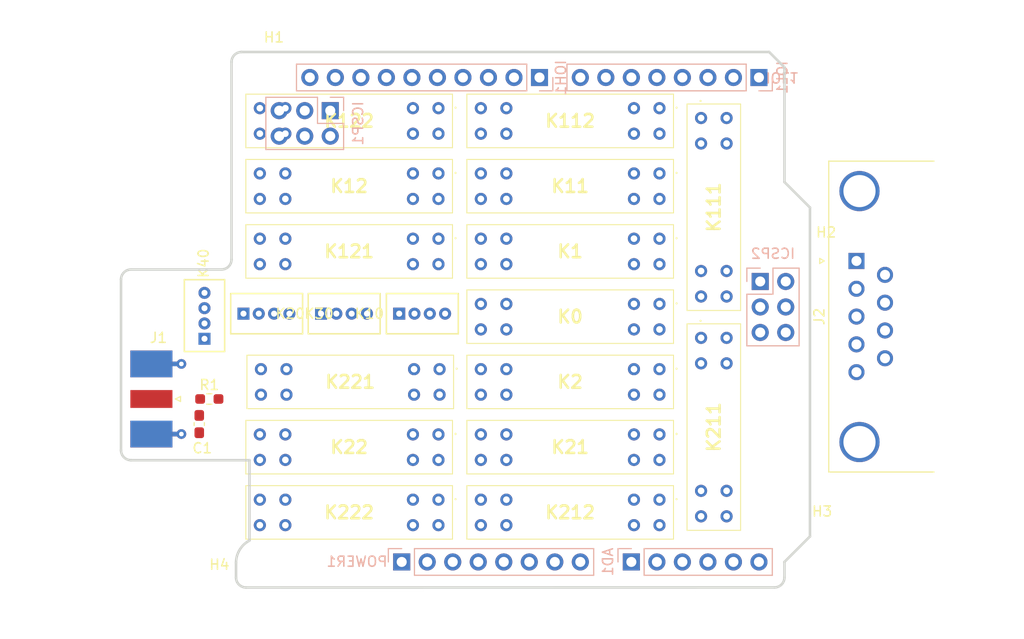
<source format=kicad_pcb>
(kicad_pcb (version 20211014) (generator pcbnew)
  (layers (0 "F.Cu" signal) (1 "In1.Cu" signal) (2 "In2.Cu" signal) (31 "B.Cu" signal) (34 "B.Paste" user) (35 "F.Paste" user) (36 "B.SilkS" user "B.Silkscreen") (37 "F.SilkS" user "F.Silkscreen") (38 "B.Mask" user) (39 "F.Mask" user) (44 "Edge.Cuts" user))
  (net 0 "")
  (net 1 "GND")
  (net 2 "/AD2")
  (net 3 "Net-(C1-Pad1)")
  (net 4 "/AD0")
  (net 5 "/AD3")
  (net 6 "/+5V_Ard_0")
  (net 7 "/IO7")
  (net 8 "/+5V_Ard_2")
  (net 9 "/MOSI_0")
  (net 10 "/IO2")
  (net 11 "/IO8")
  (net 12 "/IO9")
  (net 13 "/SS")
  (net 14 "/MOSI")
  (net 15 "/MISO")
  (net 16 "/SCLOCK")
  (net 17 "/AREF")
  (net 18 "/AD1")
  (net 19 "/SDA")
  (net 20 "/AD4")
  (net 21 "/AD5")
  (net 22 "/MISO2")
  (net 23 "/+5V_Adr_3")
  (net 24 "/SCK2")
  (net 25 "/MOSI2")
  (net 26 "/RESET2")
  (net 27 "/RESET_0")
  (net 28 "/SCL")
  (net 29 "/SCK_0")
  (net 30 "/MISO_0")
  (net 31 "/IO3")
  (net 32 "/IO4")
  (net 33 "/IO5")
  (net 34 "/IO0")
  (net 35 "/IO1")
  (net 37 "/RESET")
  (net 38 "/+3V3")
  (net 39 "/+5V_Ard_1")
  (net 40 "/IO6")
  (net 41 "/S3")
  (net 42 "/S4")
  (net 43 "/S7")
  (net 44 "/S8")
  (net 45 "/S1")
  (net 46 "/S2")
  (net 47 "/S5")
  (net 48 "/S6")
  (net 49 "/S9")
  (net 58 "/S10")
  (net 59 "/1to16_reedRelay/S5-8")
  (net 60 "/C2")
  (net 61 "/1to16_reedRelay/1to4_reedRelay5/S12")
  (net 62 "/1to16_reedRelay/S1-4")
  (net 63 "/1to16_reedRelay/1to4_reedRelay5/S34")
  (net 64 "/C1")
  (net 65 "/1to16_reedRelay/1to4_reedRelay5/S1234")
  (net 66 "/1to16_reedRelay/S13-16")
  (net 67 "/1to16_reedRelay/S9-12")
  (net 68 "/C4")
  (net 69 "/1to16_reedRelay/1to4_reedRelay4/S12")
  (net 70 "/1to16_reedRelay/1to4_reedRelay4/S34")
  (net 71 "/C3")
  (net 72 "/1to16_reedRelay/1to4_reedRelay3/S12")
  (net 73 "/1to16_reedRelay/1to4_reedRelay3/S34")
  (net 74 "/1to16_reedRelay/1to4_reedRelay7/S12")
  (net 75 "/1to16_reedRelay/1to4_reedRelay7/S34")
  (net 76 "/S12")
  (net 77 "/1to16_reedRelay/1to4_reedRelay6/S12")
  (net 78 "/S13")
  (net 79 "/1to16_reedRelay/1to4_reedRelay6/S34")
  (net 80 "/S16")
  (net 81 "/S15")
  (net 82 "/S11")
  (net 83 "/S14")
  (net 84 "/VIN")
  (footprint "MountingHole:MountingHole_3mm" (layer "F.Cu") (at 128.1811 129.1336)
    (fp_text reference "H4" (at -4.1811 0.2664) (layer "F.SilkS"))
    (fp_text value "MountingHole")
    (pad "" np_thru_hole circle (at 0 0) (size 3 3) (drill 3) (layers *.Cu *.Mask))
  )
  (footprint "MountingHole:MountingHole_3mm" (layer "F.Cu") (at 129.434 80.8736)
    (fp_text reference "H1" (at 0 -4) (layer "F.SilkS"))
    (fp_text value "MountingHole")
    (pad "" np_thru_hole circle (at 0 0) (size 3 3) (drill 3) (layers *.Cu *.Mask))
  )
  (footprint "LibPersoNadj:Relay_reed_comus_3570" (layer "F.Cu") (at 141.9 104.4)
    (fp_text reference "K10" (at -2.97 0) (layer "F.SilkS"))
    (fp_text value "Reed_1A" hide)
    (fp_line (start -1.273 -2.005) (end 5.885 -2.005) (layer "F.SilkS") (width 0.15))
    (fp_line (start 5.885 2.005) (end -1.273 2.005) (layer "F.SilkS") (width 0.15))
    (fp_line (start -1.273 2.005) (end -1.273 -1.989) (layer "F.SilkS") (width 0.15))
    (fp_line (start 5.885 -2.005) (end 5.885 2.005) (layer "F.SilkS") (width 0.15))
    (pad "1" thru_hole rect (at 0 0 180) (size 1.2 1.2) (drill 0.6) (layers *.Cu *.Mask))
    (pad "2" thru_hole circle (at 1.524 0) (size 1.2 1.2) (drill 0.6) (layers *.Cu *.Mask) (net 1 "GND"))
    (pad "3" thru_hole circle (at 3.048 0) (size 1.2 1.2) (drill 0.6) (layers *.Cu *.Mask) (net 39 "/+5V_Ard_1"))
    (pad "4" thru_hole circle (at 4.572 0) (size 1.2 1.2) (drill 0.6) (layers *.Cu *.Mask) (net 64 "/C1"))
  )
  (footprint "LibPersoNadj:Relay_reed_1C" (layer "F.Cu") (at 145.8105 90.43 180)
    (fp_text reference "K12" (at 8.89 -1.27) (layer "F.SilkS") (effects (font (size 1.27 1.27) (thickness 0.254))))
    (fp_text value "REED_1C" hide)
    (fp_line (start -1.7 0) (end -1.7 0) (layer "F.SilkS") (width 0.1))
    (fp_line (start 19.175 1.395) (end -1.395 1.395) (layer "F.SilkS") (width 0.1))
    (fp_line (start -1.395 -3.935) (end 19.175 -3.935) (layer "F.SilkS") (width 0.1))
    (fp_line (start 19.175 -3.935) (end 19.175 1.395) (layer "F.SilkS") (width 0.1))
    (fp_line (start -1.395 1.395) (end -1.395 -3.935) (layer "F.SilkS") (width 0.1))
    (fp_line (start -1.7 0.1) (end -1.7 0.1) (layer "F.SilkS") (width 0.1))
    (fp_arc (start -1.7 0.1) (mid -1.75 0.05) (end -1.7 0) (layer "F.SilkS") (width 0.1))
    (fp_arc (start -1.7 0) (mid -1.65 0.05) (end -1.7 0.1) (layer "F.SilkS") (width 0.1))
    (pad "1" thru_hole circle (at 0 0 180) (size 1.21 1.21) (drill 0.66) (layers *.Cu *.Mask) (net 71 "/C3"))
    (pad "2" thru_hole circle (at 2.54 0 180) (size 1.21 1.21) (drill 0.66) (layers *.Cu *.Mask))
    (pad "3" thru_hole circle (at 15.24 0 180) (size 1.21 1.21) (drill 0.66) (layers *.Cu *.Mask) (net 1 "GND"))
    (pad "4" thru_hole circle (at 17.78 0 180) (size 1.21 1.21) (drill 0.66) (layers *.Cu *.Mask) (net 73 "/1to16_reedRelay/1to4_reedRelay3/S34"))
    (pad "5" thru_hole circle (at 17.78 -2.54 180) (size 1.21 1.21) (drill 0.66) (layers *.Cu *.Mask) (net 72 "/1to16_reedRelay/1to4_reedRelay3/S12"))
    (pad "6" thru_hole circle (at 15.24 -2.54 180) (size 1.21 1.21) (drill 0.66) (layers *.Cu *.Mask))
    (pad "7" thru_hole circle (at 2.54 -2.54 180) (size 1.21 1.21) (drill 0.66) (layers *.Cu *.Mask))
    (pad "8" thru_hole circle (at 0 -2.54 180) (size 1.21 1.21) (drill 0.66) (layers *.Cu *.Mask) (net 59 "/1to16_reedRelay/S5-8"))
  )
  (footprint "LibPersoNadj:Relay_reed_1C" (layer "F.Cu") (at 167.8105 83.93 180)
    (fp_text reference "K112" (at 8.89 -1.27) (layer "F.SilkS") (effects (font (size 1.27 1.27) (thickness 0.254))))
    (fp_text value "REED_1C" hide)
    (fp_line (start 19.175 1.395) (end -1.395 1.395) (layer "F.SilkS") (width 0.1))
    (fp_line (start -1.395 -3.935) (end 19.175 -3.935) (layer "F.SilkS") (width 0.1))
    (fp_line (start -1.7 0.1) (end -1.7 0.1) (layer "F.SilkS") (width 0.1))
    (fp_line (start 19.175 -3.935) (end 19.175 1.395) (layer "F.SilkS") (width 0.1))
    (fp_line (start -1.395 1.395) (end -1.395 -3.935) (layer "F.SilkS") (width 0.1))
    (fp_line (start -1.7 0) (end -1.7 0) (layer "F.SilkS") (width 0.1))
    (fp_arc (start -1.7 0) (mid -1.65 0.05) (end -1.7 0.1) (layer "F.SilkS") (width 0.1))
    (fp_arc (start -1.7 0.1) (mid -1.75 0.05) (end -1.7 0) (layer "F.SilkS") (width 0.1))
    (pad "1" thru_hole circle (at 0 0 180) (size 1.21 1.21) (drill 0.66) (layers *.Cu *.Mask) (net 68 "/C4"))
    (pad "2" thru_hole circle (at 2.54 0 180) (size 1.21 1.21) (drill 0.66) (layers *.Cu *.Mask))
    (pad "3" thru_hole circle (at 15.24 0 180) (size 1.21 1.21) (drill 0.66) (layers *.Cu *.Mask) (net 1 "GND"))
    (pad "4" thru_hole circle (at 17.78 0 180) (size 1.21 1.21) (drill 0.66) (layers *.Cu *.Mask) (net 42 "/S4"))
    (pad "5" thru_hole circle (at 17.78 -2.54 180) (size 1.21 1.21) (drill 0.66) (layers *.Cu *.Mask) (net 41 "/S3"))
    (pad "6" thru_hole circle (at 15.24 -2.54 180) (size 1.21 1.21) (drill 0.66) (layers *.Cu *.Mask))
    (pad "7" thru_hole circle (at 2.54 -2.54 180) (size 1.21 1.21) (drill 0.66) (layers *.Cu *.Mask))
    (pad "8" thru_hole circle (at 0 -2.54 180) (size 1.21 1.21) (drill 0.66) (layers *.Cu *.Mask) (net 70 "/1to16_reedRelay/1to4_reedRelay4/S34"))
  )
  (footprint "LibPersoNadj:Relay_reed_comus_3570" (layer "F.Cu") (at 122.5205 106.9 90)
    (fp_text reference "K40" (at 7.5205 -0.1 90) (layer "F.SilkS"))
    (fp_text value "Reed_1A" hide)
    (fp_line (start -1.273 -2.005) (end 5.885 -2.005) (layer "F.SilkS") (width 0.15))
    (fp_line (start 5.885 2.005) (end -1.273 2.005) (layer "F.SilkS") (width 0.15))
    (fp_line (start -1.273 2.005) (end -1.273 -1.989) (layer "F.SilkS") (width 0.15))
    (fp_line (start 5.885 -2.005) (end 5.885 2.005) (layer "F.SilkS") (width 0.15))
    (pad "1" thru_hole rect (at 0 0 270) (size 1.2 1.2) (drill 0.6) (layers *.Cu *.Mask))
    (pad "2" thru_hole circle (at 1.524 0 90) (size 1.2 1.2) (drill 0.6) (layers *.Cu *.Mask) (net 1 "GND"))
    (pad "3" thru_hole circle (at 3.048 0 90) (size 1.2 1.2) (drill 0.6) (layers *.Cu *.Mask) (net 39 "/+5V_Ard_1"))
    (pad "4" thru_hole circle (at 4.572 0 90) (size 1.2 1.2) (drill 0.6) (layers *.Cu *.Mask) (net 68 "/C4"))
  )
  (footprint "LibPersoNadj:Relay_reed_1C" (layer "F.Cu") (at 145.8105 96.93 180)
    (fp_text reference "K121" (at 8.89 -1.27) (layer "F.SilkS") (effects (font (size 1.27 1.27) (thickness 0.254))))
    (fp_text value "REED_1C" hide)
    (fp_line (start -1.395 1.395) (end -1.395 -3.935) (layer "F.SilkS") (width 0.1))
    (fp_line (start -1.395 -3.935) (end 19.175 -3.935) (layer "F.SilkS") (width 0.1))
    (fp_line (start 19.175 -3.935) (end 19.175 1.395) (layer "F.SilkS") (width 0.1))
    (fp_line (start 19.175 1.395) (end -1.395 1.395) (layer "F.SilkS") (width 0.1))
    (fp_line (start -1.7 0) (end -1.7 0) (layer "F.SilkS") (width 0.1))
    (fp_line (start -1.7 0.1) (end -1.7 0.1) (layer "F.SilkS") (width 0.1))
    (fp_arc (start -1.7 0) (mid -1.65 0.05) (end -1.7 0.1) (layer "F.SilkS") (width 0.1))
    (fp_arc (start -1.7 0.1) (mid -1.75 0.05) (end -1.7 0) (layer "F.SilkS") (width 0.1))
    (pad "1" thru_hole circle (at 0 0 180) (size 1.21 1.21) (drill 0.66) (layers *.Cu *.Mask) (net 68 "/C4"))
    (pad "2" thru_hole circle (at 2.54 0 180) (size 1.21 1.21) (drill 0.66) (layers *.Cu *.Mask))
    (pad "3" thru_hole circle (at 15.24 0 180) (size 1.21 1.21) (drill 0.66) (layers *.Cu *.Mask) (net 1 "GND"))
    (pad "4" thru_hole circle (at 17.78 0 180) (size 1.21 1.21) (drill 0.66) (layers *.Cu *.Mask) (net 48 "/S6"))
    (pad "5" thru_hole circle (at 17.78 -2.54 180) (size 1.21 1.21) (drill 0.66) (layers *.Cu *.Mask) (net 47 "/S5"))
    (pad "6" thru_hole circle (at 15.24 -2.54 180) (size 1.21 1.21) (drill 0.66) (layers *.Cu *.Mask))
    (pad "7" thru_hole circle (at 2.54 -2.54 180) (size 1.21 1.21) (drill 0.66) (layers *.Cu *.Mask))
    (pad "8" thru_hole circle (at 0 -2.54 180) (size 1.21 1.21) (drill 0.66) (layers *.Cu *.Mask) (net 72 "/1to16_reedRelay/1to4_reedRelay3/S12"))
  )
  (footprint "Connector_Dsub:DSUB-9_Female_Horizontal_P2.77x2.84mm_EdgePinOffset4.94mm_Housed_MountingHolesOffset7.48mm" (layer "F.Cu") (at 187.419669 99.15 90)
    (fp_text reference "J2" (at -5.54 -3.7 90) (layer "F.SilkS"))
    (fp_text value "DB9_Female_MountingHoles")
    (fp_line (start -21.025 7.72) (end -21.025 -2.76) (layer "F.SilkS") (width 0.12))
    (fp_line (start -0.25 -3.654338) (end 0.25 -3.654338) (layer "F.SilkS") (width 0.12))
    (fp_line (start -21.025 -2.76) (end 9.945 -2.76) (layer "F.SilkS") (width 0.12))
    (fp_line (start 0 -3.221325) (end -0.25 -3.654338) (layer "F.SilkS") (width 0.12))
    (fp_line (start 9.945 -2.76) (end 9.945 7.72) (layer "F.SilkS") (width 0.12))
    (fp_line (start 0.25 -3.654338) (end 0 -3.221325) (layer "F.SilkS") (width 0.12))
    (pad "0" thru_hole circle (at -18.04 0.3 90) (size 4 4) (drill 3.2) (layers *.Cu *.Mask) (net 1 "GND"))
    (pad "0" thru_hole circle (at 6.96 0.3 90) (size 4 4) (drill 3.2) (layers *.Cu *.Mask) (net 1 "GND"))
    (pad "1" thru_hole rect (at 0 0 90) (size 1.6 1.6) (drill 1) (layers *.Cu *.Mask) (net 45 "/S1"))
    (pad "2" thru_hole circle (at -2.77 0 90) (size 1.6 1.6) (drill 1) (layers *.Cu *.Mask) (net 46 "/S2"))
    (pad "3" thru_hole circle (at -5.54 0 90) (size 1.6 1.6) (drill 1) (layers *.Cu *.Mask) (net 41 "/S3"))
    (pad "4" thru_hole circle (at -8.31 0 90) (size 1.6 1.6) (drill 1) (layers *.Cu *.Mask) (net 42 "/S4"))
    (pad "5" thru_hole circle (at -11.08 0 90) (size 1.6 1.6) (drill 1) (layers *.Cu *.Mask) (net 47 "/S5"))
    (pad "6" thru_hole circle (at -1.385 2.84 90) (size 1.6 1.6) (drill 1) (layers *.Cu *.Mask) (net 48 "/S6"))
    (pad "7" thru_hole circle (at -4.155 2.84 90) (size 1.6 1.6) (drill 1) (layers *.Cu *.Mask) (net 43 "/S7"))
    (pad "8" thru_hole circle (at -6.925 2.84 90) (size 1.6 1.6) (drill 1) (layers *.Cu *.Mask) (net 44 "/S8"))
    (pad "9" thru_hole circle (at -9.695 2.84 90) (size 1.6 1.6) (drill 1) (layers *.Cu *.Mask) (net 49 "/S9"))
  )
  (footprint "LibPersoNadj:Relay_reed_1C" (layer "F.Cu") (at 167.8105 116.43 180)
    (fp_text reference "K21" (at 8.89 -1.27) (layer "F.SilkS") (effects (font (size 1.27 1.27) (thickness 0.254))))
    (fp_text value "REED_1C" hide)
    (fp_line (start 19.175 1.395) (end -1.395 1.395) (layer "F.SilkS") (width 0.1))
    (fp_line (start -1.7 0) (end -1.7 0) (layer "F.SilkS") (width 0.1))
    (fp_line (start -1.7 0.1) (end -1.7 0.1) (layer "F.SilkS") (width 0.1))
    (fp_line (start -1.395 -3.935) (end 19.175 -3.935) (layer "F.SilkS") (width 0.1))
    (fp_line (start -1.395 1.395) (end -1.395 -3.935) (layer "F.SilkS") (width 0.1))
    (fp_line (start 19.175 -3.935) (end 19.175 1.395) (layer "F.SilkS") (width 0.1))
    (fp_arc (start -1.7 0) (mid -1.65 0.05) (end -1.7 0.1) (layer "F.SilkS") (width 0.1))
    (fp_arc (start -1.7 0.1) (mid -1.75 0.05) (end -1.7 0) (layer "F.SilkS") (width 0.1))
    (pad "1" thru_hole circle (at 0 0 180) (size 1.21 1.21) (drill 0.66) (layers *.Cu *.Mask) (net 71 "/C3"))
    (pad "2" thru_hole circle (at 2.54 0 180) (size 1.21 1.21) (drill 0.66) (layers *.Cu *.Mask))
    (pad "3" thru_hole circle (at 15.24 0 180) (size 1.21 1.21) (drill 0.66) (layers *.Cu *.Mask) (net 1 "GND"))
    (pad "4" thru_hole circle (at 17.78 0 180) (size 1.21 1.21) (drill 0.66) (layers *.Cu *.Mask) (net 75 "/1to16_reedRelay/1to4_reedRelay7/S34"))
    (pad "5" thru_hole circle (at 17.78 -2.54 180) (size 1.21 1.21) (drill 0.66) (layers *.Cu *.Mask) (net 74 "/1to16_reedRelay/1to4_reedRelay7/S12"))
    (pad "6" thru_hole circle (at 15.24 -2.54 180) (size 1.21 1.21) (drill 0.66) (layers *.Cu *.Mask))
    (pad "7" thru_hole circle (at 2.54 -2.54 180) (size 1.21 1.21) (drill 0.66) (layers *.Cu *.Mask))
    (pad "8" thru_hole circle (at 0 -2.54 180) (size 1.21 1.21) (drill 0.66) (layers *.Cu *.Mask) (net 67 "/1to16_reedRelay/S9-12"))
  )
  (footprint "LibPersoNadj:Relay_reed_1C" (layer "F.Cu") (at 167.8105 90.43 180)
    (fp_text reference "K11" (at 8.89 -1.27) (layer "F.SilkS") (effects (font (size 1.27 1.27) (thickness 0.254))))
    (fp_text value "REED_1C" hide)
    (fp_line (start -1.395 1.395) (end -1.395 -3.935) (layer "F.SilkS") (width 0.1))
    (fp_line (start 19.175 1.395) (end -1.395 1.395) (layer "F.SilkS") (width 0.1))
    (fp_line (start -1.7 0.1) (end -1.7 0.1) (layer "F.SilkS") (width 0.1))
    (fp_line (start -1.7 0) (end -1.7 0) (layer "F.SilkS") (width 0.1))
    (fp_line (start 19.175 -3.935) (end 19.175 1.395) (layer "F.SilkS") (width 0.1))
    (fp_line (start -1.395 -3.935) (end 19.175 -3.935) (layer "F.SilkS") (width 0.1))
    (fp_arc (start -1.7 0) (mid -1.65 0.05) (end -1.7 0.1) (layer "F.SilkS") (width 0.1))
    (fp_arc (start -1.7 0.1) (mid -1.75 0.05) (end -1.7 0) (layer "F.SilkS") (width 0.1))
    (pad "1" thru_hole circle (at 0 0 180) (size 1.21 1.21) (drill 0.66) (layers *.Cu *.Mask) (net 71 "/C3"))
    (pad "2" thru_hole circle (at 2.54 0 180) (size 1.21 1.21) (drill 0.66) (layers *.Cu *.Mask))
    (pad "3" thru_hole circle (at 15.24 0 180) (size 1.21 1.21) (drill 0.66) (layers *.Cu *.Mask) (net 1 "GND"))
    (pad "4" thru_hole circle (at 17.78 0 180) (size 1.21 1.21) (drill 0.66) (layers *.Cu *.Mask) (net 70 "/1to16_reedRelay/1to4_reedRelay4/S34"))
    (pad "5" thru_hole circle (at 17.78 -2.54 180) (size 1.21 1.21) (drill 0.66) (layers *.Cu *.Mask) (net 69 "/1to16_reedRelay/1to4_reedRelay4/S12"))
    (pad "6" thru_hole circle (at 15.24 -2.54 180) (size 1.21 1.21) (drill 0.66) (layers *.Cu *.Mask))
    (pad "7" thru_hole circle (at 2.54 -2.54 180) (size 1.21 1.21) (drill 0.66) (layers *.Cu *.Mask))
    (pad "8" thru_hole circle (at 0 -2.54 180) (size 1.21 1.21) (drill 0.66) (layers *.Cu *.Mask) (net 62 "/1to16_reedRelay/S1-4"))
  )
  (footprint "LibPersoNadj:Relay_reed_1C" (layer "F.Cu") (at 145.8105 83.93 180)
    (fp_text reference "K122" (at 8.89 -1.27) (layer "F.SilkS") (effects (font (size 1.27 1.27) (thickness 0.254))))
    (fp_text value "REED_1C" hide)
    (fp_line (start 19.175 -3.935) (end 19.175 1.395) (layer "F.SilkS") (width 0.1))
    (fp_line (start -1.395 1.395) (end -1.395 -3.935) (layer "F.SilkS") (width 0.1))
    (fp_line (start -1.7 0) (end -1.7 0) (layer "F.SilkS") (width 0.1))
    (fp_line (start 19.175 1.395) (end -1.395 1.395) (layer "F.SilkS") (width 0.1))
    (fp_line (start -1.7 0.1) (end -1.7 0.1) (layer "F.SilkS") (width 0.1))
    (fp_line (start -1.395 -3.935) (end 19.175 -3.935) (layer "F.SilkS") (width 0.1))
    (fp_arc (start -1.7 0.1) (mid -1.75 0.05) (end -1.7 0) (layer "F.SilkS") (width 0.1))
    (fp_arc (start -1.7 0) (mid -1.65 0.05) (end -1.7 0.1) (layer "F.SilkS") (width 0.1))
    (pad "1" thru_hole circle (at 0 0 180) (size 1.21 1.21) (drill 0.66) (layers *.Cu *.Mask) (net 68 "/C4"))
    (pad "2" thru_hole circle (at 2.54 0 180) (size 1.21 1.21) (drill 0.66) (layers *.Cu *.Mask))
    (pad "3" thru_hole circle (at 15.24 0 180) (size 1.21 1.21) (drill 0.66) (layers *.Cu *.Mask) (net 1 "GND"))
    (pad "4" thru_hole circle (at 17.78 0 180) (size 1.21 1.21) (drill 0.66) (layers *.Cu *.Mask) (net 44 "/S8"))
    (pad "5" thru_hole circle (at 17.78 -2.54 180) (size 1.21 1.21) (drill 0.66) (layers *.Cu *.Mask) (net 43 "/S7"))
    (pad "6" thru_hole circle (at 15.24 -2.54 180) (size 1.21 1.21) (drill 0.66) (layers *.Cu *.Mask))
    (pad "7" thru_hole circle (at 2.54 -2.54 180) (size 1.21 1.21) (drill 0.66) (layers *.Cu *.Mask))
    (pad "8" thru_hole circle (at 0 -2.54 180) (size 1.21 1.21) (drill 0.66) (layers *.Cu *.Mask) (net 73 "/1to16_reedRelay/1to4_reedRelay3/S34"))
  )
  (footprint "LibPersoNadj:Relay_reed_1C" (layer "F.Cu") (at 167.8105 103.43 180)
    (fp_text reference "K0" (at 8.89 -1.27) (layer "F.SilkS") (effects (font (size 1.27 1.27) (thickness 0.254))))
    (fp_text value "REED_1C" hide)
    (fp_line (start -1.7 0.1) (end -1.7 0.1) (layer "F.SilkS") (width 0.1))
    (fp_line (start 19.175 1.395) (end -1.395 1.395) (layer "F.SilkS") (width 0.1))
    (fp_line (start -1.395 -3.935) (end 19.175 -3.935) (layer "F.SilkS") (width 0.1))
    (fp_line (start -1.7 0) (end -1.7 0) (layer "F.SilkS") (width 0.1))
    (fp_line (start -1.395 1.395) (end -1.395 -3.935) (layer "F.SilkS") (width 0.1))
    (fp_line (start 19.175 -3.935) (end 19.175 1.395) (layer "F.SilkS") (width 0.1))
    (fp_arc (start -1.7 0) (mid -1.65 0.05) (end -1.7 0.1) (layer "F.SilkS") (width 0.1))
    (fp_arc (start -1.7 0.1) (mid -1.75 0.05) (end -1.7 0) (layer "F.SilkS") (width 0.1))
    (pad "1" thru_hole circle (at 0 0 180) (size 1.21 1.21) (drill 0.66) (layers *.Cu *.Mask) (net 64 "/C1"))
    (pad "2" thru_hole circle (at 2.54 0 180) (size 1.21 1.21) (drill 0.66) (layers *.Cu *.Mask))
    (pad "3" thru_hole circle (at 15.24 0 180) (size 1.21 1.21) (drill 0.66) (layers *.Cu *.Mask) (net 1 "GND"))
    (pad "4" thru_hole circle (at 17.78 0 180) (size 1.21 1.21) (drill 0.66) (layers *.Cu *.Mask) (net 63 "/1to16_reedRelay/1to4_reedRelay5/S34"))
    (pad "5" thru_hole circle (at 17.78 -2.54 180) (size 1.21 1.21) (drill 0.66) (layers *.Cu *.Mask) (net 61 "/1to16_reedRelay/1to4_reedRelay5/S12"))
    (pad "6" thru_hole circle (at 15.24 -2.54 180) (size 1.21 1.21) (drill 0.66) (layers *.Cu *.Mask))
    (pad "7" thru_hole circle (at 2.54 -2.54 180) (size 1.21 1.21) (drill 0.66) (layers *.Cu *.Mask))
    (pad "8" thru_hole circle (at 0 -2.54 180) (size 1.21 1.21) (drill 0.66) (layers *.Cu *.Mask) (net 65 "/1to16_reedRelay/1to4_reedRelay5/S1234"))
  )
  (footprint "Capacitor_SMD:C_0603_1608Metric_Pad1.08x0.95mm_HandSolder" (layer "F.Cu") (at 122 115.4 -90)
    (fp_text reference "C1" (at 2.4 -0.3 180) (layer "F.SilkS"))
    (fp_text value "C")
    (fp_line (start -0.146267 0.51) (end 0.146267 0.51) (layer "F.SilkS") (width 0.12))
    (fp_line (start -0.146267 -0.51) (end 0.146267 -0.51) (layer "F.SilkS") (width 0.12))
    (pad "1" smd roundrect (at -0.8625 0 270) (size 1.075 0.95) (layers "F.Cu" "F.Paste" "F.Mask") (net 3 "Net-(C1-Pad1)"))
    (pad "2" smd roundrect (at 0.8625 0 270) (size 1.075 0.95) (layers "F.Cu" "F.Paste" "F.Mask") (net 1 "GND"))
  )
  (footprint "LibPersoNadj:Relay_reed_1C" (layer "F.Cu") (at 167.8105 122.93 180)
    (fp_text reference "K212" (at 8.89 -1.27) (layer "F.SilkS") (effects (font (size 1.27 1.27) (thickness 0.254))))
    (fp_text value "REED_1C" hide)
    (fp_line (start -1.7 0.1) (end -1.7 0.1) (layer "F.SilkS") (width 0.1))
    (fp_line (start -1.7 0) (end -1.7 0) (layer "F.SilkS") (width 0.1))
    (fp_line (start -1.395 1.395) (end -1.395 -3.935) (layer "F.SilkS") (width 0.1))
    (fp_line (start 19.175 -3.935) (end 19.175 1.395) (layer "F.SilkS") (width 0.1))
    (fp_line (start 19.175 1.395) (end -1.395 1.395) (layer "F.SilkS") (width 0.1))
    (fp_line (start -1.395 -3.935) (end 19.175 -3.935) (layer "F.SilkS") (width 0.1))
    (fp_arc (start -1.7 0) (mid -1.65 0.05) (end -1.7 0.1) (layer "F.SilkS") (width 0.1))
    (fp_arc (start -1.7 0.1) (mid -1.75 0.05) (end -1.7 0) (layer "F.SilkS") (width 0.1))
    (pad "1" thru_hole circle (at 0 0 180) (size 1.21 1.21) (drill 0.66) (layers *.Cu *.Mask) (net 68 "/C4"))
    (pad "2" thru_hole circle (at 2.54 0 180) (size 1.21 1.21) (drill 0.66) (layers *.Cu *.Mask))
    (pad "3" thru_hole circle (at 15.24 0 180) (size 1.21 1.21) (drill 0.66) (layers *.Cu *.Mask) (net 1 "GND"))
    (pad "4" thru_hole circle (at 17.78 0 180) (size 1.21 1.21) (drill 0.66) (layers *.Cu *.Mask) (net 76 "/S12"))
    (pad "5" thru_hole circle (at 17.78 -2.54 180) (size 1.21 1.21) (drill 0.66) (layers *.Cu *.Mask) (net 82 "/S11"))
    (pad "6" thru_hole circle (at 15.24 -2.54 180) (size 1.21 1.21) (drill 0.66) (layers *.Cu *.Mask))
    (pad "7" thru_hole circle (at 2.54 -2.54 180) (size 1.21 1.21) (drill 0.66) (layers *.Cu *.Mask))
    (pad "8" thru_hole circle (at 0 -2.54 180) (size 1.21 1.21) (drill 0.66) (layers *.Cu *.Mask) (net 75 "/1to16_reedRelay/1to4_reedRelay7/S34"))
  )
  (footprint "MountingHole:MountingHole_3mm" (layer "F.Cu") (at 180.2511 96.1136)
    (fp_text reference "H2" (at 4.1489 0.1864) (layer "F.SilkS"))
    (fp_text value "MountingHole")
    (pad "" np_thru_hole circle (at 0 0) (size 3 3) (drill 3) (layers *.Cu *.Mask))
  )
  (footprint "MountingHole:MountingHole_3mm" (layer "F.Cu") (at 180.2511 124.0536)
    (fp_text reference "H3" (at 3.7489 0.0464) (layer "F.SilkS"))
    (fp_text value "MountingHole")
    (pad "" np_thru_hole circle (at 0 0) (size 3 3) (drill 3) (layers *.Cu *.Mask))
  )
  (footprint "LibPersoNadj:Relay_reed_1C" (layer "F.Cu") (at 145.9205 109.93 180)
    (fp_text reference "K221" (at 8.89 -1.27) (layer "F.SilkS") (effects (font (size 1.27 1.27) (thickness 0.254))))
    (fp_text value "REED_1C" hide)
    (fp_line (start 19.175 -3.935) (end 19.175 1.395) (layer "F.SilkS") (width 0.1))
    (fp_line (start 19.175 1.395) (end -1.395 1.395) (layer "F.SilkS") (width 0.1))
    (fp_line (start -1.395 1.395) (end -1.395 -3.935) (layer "F.SilkS") (width 0.1))
    (fp_line (start -1.395 -3.935) (end 19.175 -3.935) (layer "F.SilkS") (width 0.1))
    (fp_line (start -1.7 0.1) (end -1.7 0.1) (layer "F.SilkS") (width 0.1))
    (fp_line (start -1.7 0) (end -1.7 0) (layer "F.SilkS") (width 0.1))
    (fp_arc (start -1.7 0) (mid -1.65 0.05) (end -1.7 0.1) (layer "F.SilkS") (width 0.1))
    (fp_arc (start -1.7 0.1) (mid -1.75 0.05) (end -1.7 0) (layer "F.SilkS") (width 0.1))
    (pad "1" thru_hole circle (at 0 0 180) (size 1.21 1.21) (drill 0.66) (layers *.Cu *.Mask) (net 68 "/C4"))
    (pad "2" thru_hole circle (at 2.54 0 180) (size 1.21 1.21) (drill 0.66) (layers *.Cu *.Mask))
    (pad "3" thru_hole circle (at 15.24 0 180) (size 1.21 1.21) (drill 0.66) (layers *.Cu *.Mask) (net 1 "GND"))
    (pad "4" thru_hole circle (at 17.78 0 180) (size 1.21 1.21) (drill 0.66) (layers *.Cu *.Mask) (net 83 "/S14"))
    (pad "5" thru_hole circle (at 17.78 -2.54 180) (size 1.21 1.21) (drill 0.66) (layers *.Cu *.Mask) (net 78 "/S13"))
    (pad "6" thru_hole circle (at 15.24 -2.54 180) (size 1.21 1.21) (drill 0.66) (layers *.Cu *.Mask))
    (pad "7" thru_hole circle (at 2.54 -2.54 180) (size 1.21 1.21) (drill 0.66) (layers *.Cu *.Mask))
    (pad "8" thru_hole circle (at 0 -2.54 180) (size 1.21 1.21) (drill 0.66) (layers *.Cu *.Mask) (net 77 "/1to16_reedRelay/1to4_reedRelay6/S12"))
  )
  (footprint "LibPersoNadj:Relay_reed_1C" (layer "F.Cu") (at 167.8105 96.93 180)
    (fp_text reference "K1" (at 8.89 -1.27) (layer "F.SilkS") (effects (font (size 1.27 1.27) (thickness 0.254))))
    (fp_text value "REED_1C" hide)
    (fp_line (start -1.395 1.395) (end -1.395 -3.935) (layer "F.SilkS") (width 0.1))
    (fp_line (start 19.175 -3.935) (end 19.175 1.395) (layer "F.SilkS") (width 0.1))
    (fp_line (start 19.175 1.395) (end -1.395 1.395) (layer "F.SilkS") (width 0.1))
    (fp_line (start -1.7 0.1) (end -1.7 0.1) (layer "F.SilkS") (width 0.1))
    (fp_line (start -1.395 -3.935) (end 19.175 -3.935) (layer "F.SilkS") (width 0.1))
    (fp_line (start -1.7 0) (end -1.7 0) (layer "F.SilkS") (width 0.1))
    (fp_arc (start -1.7 0.1) (mid -1.75 0.05) (end -1.7 0) (layer "F.SilkS") (width 0.1))
    (fp_arc (start -1.7 0) (mid -1.65 0.05) (end -1.7 0.1) (layer "F.SilkS") (width 0.1))
    (pad "1" thru_hole circle (at 0 0 180) (size 1.21 1.21) (drill 0.66) (layers *.Cu *.Mask) (net 60 "/C2"))
    (pad "2" thru_hole circle (at 2.54 0 180) (size 1.21 1.21) (drill 0.66) (layers *.Cu *.Mask))
    (pad "3" thru_hole circle (at 15.24 0 180) (size 1.21 1.21) (drill 0.66) (layers *.Cu *.Mask) (net 1 "GND"))
    (pad "4" thru_hole circle (at 17.78 0 180) (size 1.21 1.21) (drill 0.66) (layers *.Cu *.Mask) (net 59 "/1to16_reedRelay/S5-8"))
    (pad "5" thru_hole circle (at 17.78 -2.54 180) (size 1.21 1.21) (drill 0.66) (layers *.Cu *.Mask) (net 62 "/1to16_reedRelay/S1-4"))
    (pad "6" thru_hole circle (at 15.24 -2.54 180) (size 1.21 1.21) (drill 0.66) (layers *.Cu *.Mask))
    (pad "7" thru_hole circle (at 2.54 -2.54 180) (size 1.21 1.21) (drill 0.66) (layers *.Cu *.Mask))
    (pad "8" thru_hole circle (at 0 -2.54 180) (size 1.21 1.21) (drill 0.66) (layers *.Cu *.Mask) (net 61 "/1to16_reedRelay/1to4_reedRelay5/S12"))
  )
  (footprint "Resistor_SMD:R_0603_1608Metric_Pad0.98x0.95mm_HandSolder" (layer "F.Cu") (at 123 112.9 180)
    (fp_text reference "R1" (at 0 1.4) (layer "F.SilkS"))
    (fp_text value "R")
    (fp_line (start -0.254724 -0.5225) (end 0.254724 -0.5225) (layer "F.SilkS") (width 0.12))
    (fp_line (start -0.254724 0.5225) (end 0.254724 0.5225) (layer "F.SilkS") (width 0.12))
    (pad "1" smd roundrect (at -0.9125 0 180) (size 0.975 0.95) (layers "F.Cu" "F.Paste" "F.Mask") (net 65 "/1to16_reedRelay/1to4_reedRelay5/S1234"))
    (pad "2" smd roundrect (at 0.9125 0 180) (size 0.975 0.95) (layers "F.Cu" "F.Paste" "F.Mask") (net 3 "Net-(C1-Pad1)"))
  )
  (footprint "LibPersoNadj:Relay_reed_comus_3570" (layer "F.Cu") (at 134.1205 104.4)
    (fp_text reference "K20" (at -3.07 0) (layer "F.SilkS"))
    (fp_text value "Reed_1A" hide)
    (fp_line (start 5.885 2.005) (end -1.273 2.005) (layer "F.SilkS") (width 0.15))
    (fp_line (start 5.885 -2.005) (end 5.885 2.005) (layer "F.SilkS") (width 0.15))
    (fp_line (start -1.273 2.005) (end -1.273 -1.989) (layer "F.SilkS") (width 0.15))
    (fp_line (start -1.273 -2.005) (end 5.885 -2.005) (layer "F.SilkS") (width 0.15))
    (pad "1" thru_hole rect (at 0 0 180) (size 1.2 1.2) (drill 0.6) (layers *.Cu *.Mask))
    (pad "2" thru_hole circle (at 1.524 0) (size 1.2 1.2) (drill 0.6) (layers *.Cu *.Mask) (net 1 "GND"))
    (pad "3" thru_hole circle (at 3.048 0) (size 1.2 1.2) (drill 0.6) (layers *.Cu *.Mask) (net 39 "/+5V_Ard_1"))
    (pad "4" thru_hole circle (at 4.572 0) (size 1.2 1.2) (drill 0.6) (layers *.Cu *.Mask) (net 71 "/C3"))
  )
  (footprint "Connector_Coaxial:SMA_Molex_73251-2120_EdgeMount_Horizontal" (layer "F.Cu") (at 117.235 112.9 180)
    (fp_text reference "J1" (at -0.705 6.1) (layer "F.SilkS"))
    (fp_text value "Conn_Coaxial")
    (fp_line (start -2.9 0.25) (end -2.4 0) (layer "F.SilkS") (width 0.12))
    (fp_line (start -2.4 0) (end -2.9 -0.25) (layer "F.SilkS") (width 0.12))
    (fp_line (start -2.9 -0.25) (end -2.9 0.25) (layer "F.SilkS") (width 0.12))
    (pad "1" smd rect (at 0 0 180) (size 4.19 1.78) (layers "F.Cu" "F.Paste" "F.Mask") (net 3 "Net-(C1-Pad1)"))
    (pad "2" smd rect (at -2.54 3.4925 180) (size 0.89 0.46) (layers "F.Cu") (net 1 "GND"))
    (pad "2" thru_hole circle (at -2.985 -3.4925 180) (size 0.97 0.97) (drill 0.46) (layers *.Cu) (net 1 "GND"))
    (pad "2" smd rect (at 0 3.4925 180) (size 4.19 2.665) (layers "B.Cu" "B.Paste" "B.Mask") (net 1 "GND"))
    (pad "2" thru_hole circle (at -2.985 3.4925 180) (size 0.97 0.97) (drill 0.46) (layers *.Cu) (net 1 "GND"))
    (pad "2" smd rect (at 0 -3.4925 180) (size 4.19 2.665) (layers "F.Cu" "F.Paste" "F.Mask") (net 1 "GND"))
    (pad "2" smd rect (at -2.54 3.4925 180) (size 0.89 0.46) (layers "B.Cu") (net 1 "GND"))
    (pad "2" smd rect (at -2.54 -3.4925 180) (size 0.89 0.46) (layers "F.Cu") (net 1 "GND"))
    (pad "2" smd rect (at -2.54 -3.4925 180) (size 0.89 0.46) (layers "B.Cu") (net 1 "GND"))
    (pad "2" smd rect (at 0 3.4925 180) (size 4.19 2.665) (layers "F.Cu" "F.Paste" "F.Mask") (net 1 "GND"))
    (pad "2" smd rect (at 0 -3.4925 180) (size 4.19 2.665) (layers "B.Cu" "B.Paste" "B.Mask") (net 1 "GND"))
  )
  (footprint "LibPersoNadj:Relay_reed_1C" (layer "F.Cu") (at 145.8105 116.43 180)
    (fp_text reference "K22" (at 8.89 -1.27) (layer "F.SilkS") (effects (font (size 1.27 1.27) (thickness 0.254))))
    (fp_text value "REED_1C" hide)
    (fp_line (start -1.395 -3.935) (end 19.175 -3.935) (layer "F.SilkS") (width 0.1))
    (fp_line (start -1.395 1.395) (end -1.395 -3.935) (layer "F.SilkS") (width 0.1))
    (fp_line (start 19.175 -3.935) (end 19.175 1.395) (layer "F.SilkS") (width 0.1))
    (fp_line (start -1.7 0) (end -1.7 0) (layer "F.SilkS") (width 0.1))
    (fp_line (start -1.7 0.1) (end -1.7 0.1) (layer "F.SilkS") (width 0.1))
    (fp_line (start 19.175 1.395) (end -1.395 1.395) (layer "F.SilkS") (width 0.1))
    (fp_arc (start -1.7 0) (mid -1.65 0.05) (end -1.7 0.1) (layer "F.SilkS") (width 0.1))
    (fp_arc (start -1.7 0.1) (mid -1.75 0.05) (end -1.7 0) (layer "F.SilkS") (width 0.1))
    (pad "1" thru_hole circle (at 0 0 180) (size 1.21 1.21) (drill 0.66) (layers *.Cu *.Mask) (net 71 "/C3"))
    (pad "2" thru_hole circle (at 2.54 0 180) (size 1.21 1.21) (drill 0.66) (layers *.Cu *.Mask))
    (pad "3" thru_hole circle (at 15.24 0 180) (size 1.21 1.21) (drill 0.66) (layers *.Cu *.Mask) (net 1 "GND"))
    (pad "4" thru_hole circle (at 17.78 0 180) (size 1.21 1.21) (drill 0.66) (layers *.Cu *.Mask) (net 79 "/1to16_reedRelay/1to4_reedRelay6/S34"))
    (pad "5" thru_hole circle (at 17.78 -2.54 180) (size 1.21 1.21) (drill 0.66) (layers *.Cu *.Mask) (net 77 "/1to16_reedRelay/1to4_reedRelay6/S12"))
    (pad "6" thru_hole circle (at 15.24 -2.54 180) (size 1.21 1.21) (drill 0.66) (layers *.Cu *.Mask))
    (pad "7" thru_hole circle (at 2.54 -2.54 180) (size 1.21 1.21) (drill 0.66) (layers *.Cu *.Mask))
    (pad "8" thru_hole circle (at 0 -2.54 180) (size 1.21 1.21) (drill 0.66) (layers *.Cu *.Mask) (net 66 "/1to16_reedRelay/S13-16"))
  )
  (footprint "LibPersoNadj:Relay_reed_1C" (layer "F.Cu") (at 145.8105 122.93 180)
    (fp_text reference "K222" (at 8.89 -1.27) (layer "F.SilkS") (effects (font (size 1.27 1.27) (thickness 0.254))))
    (fp_text value "REED_1C" hide)
    (fp_line (start -1.395 1.395) (end -1.395 -3.935) (layer "F.SilkS") (width 0.1))
    (fp_line (start -1.7 0.1) (end -1.7 0.1) (layer "F.SilkS") (width 0.1))
    (fp_line (start -1.395 -3.935) (end 19.175 -3.935) (layer "F.SilkS") (width 0.1))
    (fp_line (start 19.175 1.395) (end -1.395 1.395) (layer "F.SilkS") (width 0.1))
    (fp_line (start -1.7 0) (end -1.7 0) (layer "F.SilkS") (width 0.1))
    (fp_line (start 19.175 -3.935) (end 19.175 1.395) (layer "F.SilkS") (width 0.1))
    (fp_arc (start -1.7 0.1) (mid -1.75 0.05) (end -1.7 0) (layer "F.SilkS") (width 0.1))
    (fp_arc (start -1.7 0) (mid -1.65 0.05) (end -1.7 0.1) (layer "F.SilkS") (width 0.1))
    (pad "1" thru_hole circle (at 0 0 180) (size 1.21 1.21) (drill 0.66) (layers *.Cu *.Mask) (net 68 "/C4"))
    (pad "2" thru_hole circle (at 2.54 0 180) (size 1.21 1.21) (drill 0.66) (layers *.Cu *.Mask))
    (pad "3" thru_hole circle (at 15.24 0 180) (size 1.21 1.21) (drill 0.66) (layers *.Cu *.Mask) (net 1 "GND"))
    (pad "4" thru_hole circle (at 17.78 0 180) (size 1.21 1.21) (drill 0.66) (layers *.Cu *.Mask) (net 80 "/S16"))
    (pad "5" thru_hole circle (at 17.78 -2.54 180) (size 1.21 1.21) (drill 0.66) (layers *.Cu *.Mask) (net 81 "/S15"))
    (pad "6" thru_hole circle (at 15.24 -2.54 180) (size 1.21 1.21) (drill 0.66) (layers *.Cu *.Mask))
    (pad "7" thru_hole circle (at 2.54 -2.54 180) (size 1.21 1.21) (drill 0.66) (layers *.Cu *.Mask))
    (pad "8" thru_hole circle (at 0 -2.54 180) (size 1.21 1.21) (drill 0.66) (layers *.Cu *.Mask) (net 79 "/1to16_reedRelay/1to4_reedRelay6/S34"))
  )
  (footprint "LibPersoNadj:Relay_reed_1C" (layer "F.Cu") (at 171.9505 106.81 -90)
    (fp_text reference "K211" (at 8.89 -1.27 90) (layer "F.SilkS") (effects (font (size 1.27 1.27) (thickness 0.254))))
    (fp_text value "REED_1C" hide)
    (fp_line (start -1.7 0) (end -1.7 0) (layer "F.SilkS") (width 0.1))
    (fp_line (start -1.395 1.395) (end -1.395 -3.935) (layer "F.SilkS") (width 0.1))
    (fp_line (start 19.175 1.395) (end -1.395 1.395) (layer "F.SilkS") (width 0.1))
    (fp_line (start -1.7 0.1) (end -1.7 0.1) (layer "F.SilkS") (width 0.1))
    (fp_line (start -1.395 -3.935) (end 19.175 -3.935) (layer "F.SilkS") (width 0.1))
    (fp_line (start 19.175 -3.935) (end 19.175 1.395) (layer "F.SilkS") (width 0.1))
    (fp_arc (start -1.7 0.1) (mid -1.75 0.05) (end -1.7 0) (layer "F.SilkS") (width 0.1))
    (fp_arc (start -1.7 0) (mid -1.65 0.05) (end -1.7 0.1) (layer "F.SilkS") (width 0.1))
    (pad "1" thru_hole circle (at 0 0 270) (size 1.21 1.21) (drill 0.66) (layers *.Cu *.Mask) (net 68 "/C4"))
    (pad "2" thru_hole circle (at 2.54 0 270) (size 1.21 1.21) (drill 0.66) (layers *.Cu *.Mask))
    (pad "3" thru_hole circle (at 15.24 0 270) (size 1.21 1.21) (drill 0.66) (layers *.Cu *.Mask) (net 1 "GND"))
    (pad "4" thru_hole circle (at 17.78 0 270) (size 1.21 1.21) (drill 0.66) (layers *.Cu *.Mask) (net 58 "/S10"))
    (pad "5" thru_hole circle (at 17.78 -2.54 270) (size 1.21 1.21) (drill 0.66) (layers *.Cu *.Mask) (net 49 "/S9"))
    (pad "6" thru_hole circle (at 15.24 -2.54 270) (size 1.21 1.21) (drill 0.66) (layers *.Cu *.Mask))
    (pad "7" thru_hole circle (at 2.54 -2.54 270) (size 1.21 1.21) (drill 0.66) (layers *.Cu *.Mask))
    (pad "8" thru_hole circle (at 0 -2.54 270) (size 1.21 1.21) (drill 0.66) (layers *.Cu *.Mask) (net 74 "/1to16_reedRelay/1to4_reedRelay7/S12"))
  )
  (footprint "LibPersoNadj:Relay_reed_1C" (layer "F.Cu") (at 171.9505 84.91 -90)
    (fp_text reference "K111" (at 8.89 -1.27 90) (layer "F.SilkS") (effects (font (size 1.27 1.27) (thickness 0.254))))
    (fp_text value "REED_1C" hide)
    (fp_line (start -1.395 -3.935) (end 19.175 -3.935) (layer "F.SilkS") (width 0.1))
    (fp_line (start -1.395 1.395) (end -1.395 -3.935) (layer "F.SilkS") (width 0.1))
    (fp_line (start 19.175 1.395) (end -1.395 1.395) (layer "F.SilkS") (width 0.1))
    (fp_line (start 19.175 -3.935) (end 19.175 1.395) (layer "F.SilkS") (width 0.1))
    (fp_line (start -1.7 0.1) (end -1.7 0.1) (layer "F.SilkS") (width 0.1))
    (fp_line (start -1.7 0) (end -1.7 0) (layer "F.SilkS") (width 0.1))
    (fp_arc (start -1.7 0.1) (mid -1.75 0.05) (end -1.7 0) (layer "F.SilkS") (width 0.1))
    (fp_arc (start -1.7 0) (mid -1.65 0.05) (end -1.7 0.1) (layer "F.SilkS") (width 0.1))
    (pad "1" thru_hole circle (at 0 0 270) (size 1.21 1.21) (drill 0.66) (layers *.Cu *.Mask) (net 68 "/C4"))
    (pad "2" thru_hole circle (at 2.54 0 270) (size 1.21 1.21) (drill 0.66) (layers *.Cu *.Mask))
    (pad "3" thru_hole circle (at 15.24 0 270) (size 1.21 1.21) (drill 0.66) (layers *.Cu *.Mask) (net 1 "GND"))
    (pad "4" thru_hole circle (at 17.78 0 270) (size 1.21 1.21) (drill 0.66) (layers *.Cu *.Mask) (net 46 "/S2"))
    (pad "5" thru_hole circle (at 17.78 -2.54 270) (size 1.21 1.21) (drill 0.66) (layers *.Cu *.Mask) (net 45 "/S1"))
    (pad "6" thru_hole circle (at 15.24 -2.54 270) (size 1.21 1.21) (drill 0.66) (layers *.Cu *.Mask))
    (pad "7" thru_hole circle (at 2.54 -2.54 270) (size 1.21 1.21) (drill 0.66) (layers *.Cu *.Mask))
    (pad "8" thru_hole circle (at 0 -2.54 270) (size 1.21 1.21) (drill 0.66) (layers *.Cu *.Mask) (net 69 "/1to16_reedRelay/1to4_reedRelay4/S12"))
  )
  (footprint "LibPersoNadj:Relay_reed_comus_3570" (layer "F.Cu") (at 126.4 104.4)
    (fp_text reference "K30" (at 7.5205 0) (layer "F.SilkS"))
    (fp_text value "Reed_1A" hide)
    (fp_line (start 5.885 2.005) (end -1.273 2.005) (layer "F.SilkS") (width 0.15))
    (fp_line (start 5.885 -2.005) (end 5.885 2.005) (layer "F.SilkS") (width 0.15))
    (fp_line (start -1.273 2.005) (end -1.273 -1.989) (layer "F.SilkS") (width 0.15))
    (fp_line (start -1.273 -2.005) (end 5.885 -2.005) (layer "F.SilkS") (width 0.15))
    (pad "1" thru_hole rect (at 0 0 180) (size 1.2 1.2) (drill 0.6) (layers *.Cu *.Mask))
    (pad "2" thru_hole circle (at 1.524 0) (size 1.2 1.2) (drill 0.6) (layers *.Cu *.Mask) (net 1 "GND"))
    (pad "3" thru_hole circle (at 3.048 0) (size 1.2 1.2) (drill 0.6) (layers *.Cu *.Mask) (net 39 "/+5V_Ard_1"))
    (pad "4" thru_hole circle (at 4.572 0) (size 1.2 1.2) (drill 0.6) (layers *.Cu *.Mask) (net 60 "/C2"))
  )
  (footprint "LibPersoNadj:Relay_reed_1C" (layer "F.Cu") (at 167.8105 109.93 180)
    (fp_text reference "K2" (at 8.89 -1.27) (layer "F.SilkS") (effects (font (size 1.27 1.27) (thickness 0.254))))
    (fp_text value "REED_1C" hide)
    (fp_line (start -1.7 0) (end -1.7 0) (layer "F.SilkS") (width 0.1))
    (fp_line (start 19.175 -3.935) (end 19.175 1.395) (layer "F.SilkS") (width 0.1))
    (fp_line (start -1.395 1.395) (end -1.395 -3.935) (layer "F.SilkS") (width 0.1))
    (fp_line (start -1.7 0.1) (end -1.7 0.1) (layer "F.SilkS") (width 0.1))
    (fp_line (start -1.395 -3.935) (end 19.175 -3.935) (layer "F.SilkS") (width 0.1))
    (fp_line (start 19.175 1.395) (end -1.395 1.395) (layer "F.SilkS") (width 0.1))
    (fp_arc (start -1.7 0) (mid -1.65 0.05) (end -1.7 0.1) (layer "F.SilkS") (width 0.1))
    (fp_arc (start -1.7 0.1) (mid -1.75 0.05) (end -1.7 0) (layer "F.SilkS") (width 0.1))
    (pad "1" thru_hole circle (at 0 0 180) (size 1.21 1.21) (drill 0.66) (layers *.Cu *.Mask) (net 60 "/C2"))
    (pad "2" thru_hole circle (at 2.54 0 180) (size 1.21 1.21) (drill 0.66) (layers *.Cu *.Mask))
    (pad "3" thru_hole circle (at 15.24 0 180) (size 1.21 1.21) (drill 0.66) (layers *.Cu *.Mask) (net 1 "GND"))
    (pad "4" thru_hole circle (at 17.78 0 180) (size 1.21 1.21) (drill 0.66) (layers *.Cu *.Mask) (net 66 "/1to16_reedRelay/S13-16"))
    (pad "5" thru_hole circle (at 17.78 -2.54 180) (size 1.21 1.21) (drill 0.66) (layers *.Cu *.Mask) (net 67 "/1to16_reedRelay/S9-12"))
    (pad "6" thru_hole circle (at 15.24 -2.54 180) (size 1.21 1.21) (drill 0.66) (layers *.Cu *.Mask))
    (pad "7" thru_hole circle (at 2.54 -2.54 180) (size 1.21 1.21) (drill 0.66) (layers *.Cu *.Mask))
    (pad "8" thru_hole circle (at 0 -2.54 180) (size 1.21 1.21) (drill 0.66) (layers *.Cu *.Mask) (net 63 "/1to16_reedRelay/1to4_reedRelay5/S34"))
  )
  (footprint "Connector_PinHeader_2.54mm:PinHeader_1x08_P2.54mm_Vertical" (layer "B.Cu") (at 177.7111 80.8736 90)
    (fp_text reference "IOL1" (at 0 2.33 -90) (layer "B.SilkS") (effects (justify mirror)))
    (fp_text value "Conn_01x08_Female")
    (fp_line (start -1.33 1.33) (end 0 1.33) (layer "B.SilkS") (width 0.12))
    (fp_line (start -1.33 -1.27) (end -1.33 -19.11) (layer "B.SilkS") (width 0.12))
    (fp_line (start 1.33 -1.27) (end 1.33 -19.11) (layer "B.SilkS") (width 0.12))
    (fp_line (start -1.33 -1.27) (end 1.33 -1.27) (layer "B.SilkS") (width 0.12))
    (fp_line (start -1.33 0) (end -1.33 1.33) (layer "B.SilkS") (width 0.12))
    (fp_line (start -1.33 -19.11) (end 1.33 -19.11) (layer "B.SilkS") (width 0.12))
    (pad "1" thru_hole rect (at 0 0 90) (size 1.7 1.7) (drill 1) (layers *.Cu *.Mask) (net 34 "/IO0"))
    (pad "2" thru_hole oval (at 0 -2.54 90) (size 1.7 1.7) (drill 1) (layers *.Cu *.Mask) (net 35 "/IO1"))
    (pad "3" thru_hole oval (at 0 -5.08 90) (size 1.7 1.7) (drill 1) (layers *.Cu *.Mask) (net 10 "/IO2"))
    (pad "4" thru_hole oval (at 0 -7.62 90) (size 1.7 1.7) (drill 1) (layers *.Cu *.Mask) (net 31 "/IO3"))
    (pad "5" thru_hole oval (at 0 -10.16 90) (size 1.7 1.7) (drill 1) (layers *.Cu *.Mask) (net 32 "/IO4"))
    (pad "6" thru_hole oval (at 0 -12.7 90) (size 1.7 1.7) (drill 1) (layers *.Cu *.Mask) (net 33 "/IO5"))
    (pad "7" thru_hole oval (at 0 -15.24 90) (size 1.7 1.7) (drill 1) (layers *.Cu *.Mask) (net 40 "/IO6"))
    (pad "8" thru_hole oval (at 0 -17.78 90) (size 1.7 1.7) (drill 1) (layers *.Cu *.Mask) (net 7 "/IO7"))
  )
  (footprint "Connector_PinSocket_2.54mm:PinSocket_2x03_P2.54mm_Vertical" (layer "B.Cu") (at 135.0391 84.1756 90)
    (fp_text reference "ICSP1" (at -1.27 2.77 -90) (layer "B.SilkS") (effects (justify mirror)))
    (fp_text value "Conn_02x03_Odd_Even")
    (fp_line (start -1.27 1.33) (end -1.27 -1.27) (layer "B.SilkS") (width 0.12))
    (fp_line (start -1.27 -1.27) (end 1.33 -1.27) (layer "B.SilkS") (width 0.12))
    (fp_line (start 1.33 -1.27) (end 1.33 -6.41) (layer "B.SilkS") (width 0.12))
    (fp_line (start 1.33 1.33) (end 1.33 0) (layer "B.SilkS") (width 0.12))
    (fp_line (start 0 1.33) (end 1.33 1.33) (layer "B.SilkS") (width 0.12))
    (fp_line (start -3.87 -6.41) (end 1.33 -6.41) (layer "B.SilkS") (width 0.12))
    (fp_line (start -3.87 1.33) (end -3.87 -6.41) (layer "B.SilkS") (width 0.12))
    (fp_line (start -3.87 1.33) (end -1.27 1.33) (layer "B.SilkS") (width 0.12))
    (pad "1" thru_hole rect (at 0 0 90) (size 1.7 1.7) (drill 1) (layers *.Cu *.Mask) (net 22 "/MISO2"))
    (pad "2" thru_hole oval (at -2.54 0 90) (size 1.7 1.7) (drill 1) (layers *.Cu *.Mask) (net 23 "/+5V_Adr_3"))
    (pad "3" thru_hole oval (at 0 -2.54 90) (size 1.7 1.7) (drill 1) (layers *.Cu *.Mask) (net 24 "/SCK2"))
    (pad "4" thru_hole oval (at -2.54 -2.54 90) (size 1.7 1.7) (drill 1) (layers *.Cu *.Mask) (net 25 "/MOSI2"))
    (pad "5" thru_hole oval (at 0 -5.08 90) (size 1.7 1.7) (drill 1) (layers *.Cu *.Mask) (net 26 "/RESET2"))
    (pad "6" thru_hole oval (at -2.54 -5.08 90) (size 1.7 1.7) (drill 1) (layers *.Cu *.Mask) (net 1 "GND"))
  )
  (footprint "Connector_PinHeader_2.54mm:PinHeader_1x08_P2.54mm_Vertical" (layer "B.Cu") (at 142.1511 129.1336 -90)
    (fp_text reference "POWER1" (at -0.0336 4.4511) (layer "B.SilkS") (effects (justify mirror)))
    (fp_text value "Conn_01x08_Female")
    (fp_line (start -1.33 -19.11) (end 1.33 -19.11) (layer "B.SilkS") (width 0.12))
    (fp_line (start 1.33 -1.27) (end 1.33 -19.11) (layer "B.SilkS") (width 0.12))
    (fp_line (start -1.33 1.33) (end 0 1.33) (layer "B.SilkS") (width 0.12))
    (fp_line (start -1.33 -1.27) (end 1.33 -1.27) (layer "B.SilkS") (width 0.12))
    (fp_line (start -1.33 -1.27) (end -1.33 -19.11) (layer "B.SilkS") (width 0.12))
    (fp_line (start -1.33 0) (end -1.33 1.33) (layer "B.SilkS") (width 0.12))
    (pad "1" thru_hole rect (at 0 0 270) (size 1.7 1.7) (drill 1) (layers *.Cu *.Mask))
    (pad "2" thru_hole oval (at 0 -2.54 270) (size 1.7 1.7) (drill 1) (layers *.Cu *.Mask) (net 8 "/+5V_Ard_2"))
    (pad "3" thru_hole oval (at 0 -5.08 270) (size 1.7 1.7) (drill 1) (layers *.Cu *.Mask) (net 37 "/RESET"))
    (pad "4" thru_hole oval (at 0 -7.62 270) (size 1.7 1.7) (drill 1) (layers *.Cu *.Mask) (net 38 "/+3V3"))
    (pad "5" thru_hole oval (at 0 -10.16 270) (size 1.7 1.7) (drill 1) (layers *.Cu *.Mask) (net 39 "/+5V_Ard_1"))
    (pad "6" thru_hole oval (at 0 -12.7 270) (size 1.7 1.7) (drill 1) (layers *.Cu *.Mask) (net 1 "GND"))
    (pad "7" thru_hole oval (at 0 -15.24 270) (size 1.7 1.7) (drill 1) (layers *.Cu *.Mask) (net 1 "GND"))
    (pad "8" thru_hole oval (at 0 -17.78 270) (size 1.7 1.7) (drill 1) (layers *.Cu *.Mask) (net 84 "/VIN"))
  )
  (footprint "Connector_PinHeader_2.54mm:PinHeader_1x10_P2.54mm_Vertical" (layer "B.Cu") (at 155.8671 80.8736 90)
    (fp_text reference "IOH1" (at -0.0264 2.1329 -90) (layer "B.SilkS") (effects (justify mirror)))
    (fp_text value "Conn_01x10_Female")
    (fp_line (start 1.33 -1.27) (end 1.33 -24.19) (layer "B.SilkS") (width 0.12))
    (fp_line (start -1.33 -1.27) (end -1.33 -24.19) (layer "B.SilkS") (width 0.12))
    (fp_line (start -1.33 -1.27) (end 1.33 -1.27) (layer "B.SilkS") (width 0.12))
    (fp_line (start -1.33 0) (end -1.33 1.33) (layer "B.SilkS") (width 0.12))
    (fp_line (start -1.33 1.33) (end 0 1.33) (layer "B.SilkS") (width 0.12))
    (fp_line (start -1.33 -24.19) (end 1.33 -24.19) (layer "B.SilkS") (width 0.12))
    (pad "1" thru_hole rect (at 0 0 90) (size 1.7 1.7) (drill 1) (layers *.Cu *.Mask) (net 11 "/IO8"))
    (pad "2" thru_hole oval (at 0 -2.54 90) (size 1.7 1.7) (drill 1) (layers *.Cu *.Mask) (net 12 "/IO9"))
    (pad "3" thru_hole oval (at 0 -5.08 90) (size 1.7 1.7) (drill 1) (layers *.Cu *.Mask) (net 13 "/SS"))
    (pad "4" thru_hole oval (at 0 -7.62 90) (size 1.7 1.7) (drill 1) (layers *.Cu *.Mask) (net 14 "/MOSI"))
    (pad "5" thru_hole oval (at 0 -10.16 90) (size 1.7 1.7) (drill 1) (layers *.Cu *.Mask) (net 15 "/MISO"))
    (pad "6" thru_hole oval (at 0 -12.7 90) (size 1.7 1.7) (drill 1) (layers *.Cu *.Mask) (net 16 "/SCLOCK"))
    (pad "7" thru_hole oval (at 0 -15.24 90) (size 1.7 1.7) (drill 1) (layers *.Cu *.Mask) (net 1 "GND"))
    (pad "8" thru_hole oval (at 0 -17.78 90) (size 1.7 1.7) (drill 1) (layers *.Cu *.Mask) (net 17 "/AREF"))
    (pad "9" thru_hole oval (at 0 -20.32 90) (size 1.7 1.7) (drill 1) (layers *.Cu *.Mask) (net 19 "/SDA"))
    (pad "10" thru_hole oval (at 0 -22.86 90) (size 1.7 1.7) (drill 1) (layers *.Cu *.Mask) (net 28 "/SCL"))
  )
  (footprint "Connector_PinHeader_2.54mm:PinHeader_1x06_P2.54mm_Vertical" (layer "B.Cu") (at 165.0111 129.1336 -90)
    (fp_text reference "AD1" (at 0 2.33 -90) (layer "B.SilkS") (effects (justify mirror)))
    (fp_text value "Conn_01x06_Female")
    (fp_line (start -1.33 1.33) (end 0 1.33) (layer "B.SilkS") (width 0.12))
    (fp_line (start -1.33 -14.03) (end 1.33 -14.03) (layer "B.SilkS") (width 0.12))
    (fp_line (start -1.33 -1.27) (end 1.33 -1.27) (layer "B.SilkS") (width 0.12))
    (fp_line (start 1.33 -1.27) (end 1.33 -14.03) (layer "B.SilkS") (width 0.12))
    (fp_line (start -1.33 0) (end -1.33 1.33) (layer "B.SilkS") (width 0.12))
    (fp_line (start -1.33 -1.27) (end -1.33 -14.03) (layer "B.SilkS") (width 0.12))
    (pad "1" thru_hole rect (at 0 0 270) (size 1.7 1.7) (drill 1) (layers *.Cu *.Mask) (net 4 "/AD0"))
    (pad "2" thru_hole oval (at 0 -2.54 270) (size 1.7 1.7) (drill 1) (layers *.Cu *.Mask) (net 18 "/AD1"))
    (pad "3" thru_hole oval (at 0 -5.08 270) (size 1.7 1.7) (drill 1) (layers *.Cu *.Mask) (net 2 "/AD2"))
    (pad "4" thru_hole oval (at 0 -7.62 270) (size 1.7 1.7) (drill 1) (layers *.Cu *.Mask) (net 5 "/AD3"))
    (pad "5" thru_hole oval (at 0 -10.16 270) (size 1.7 1.7) (drill 1) (layers *.Cu *.Mask) (net 20 "/AD4"))
    (pad "6" thru_hole oval (at 0 -12.7 270) (size 1.7 1.7) (drill 1) (layers *.Cu *.Mask) (net 21 "/AD5"))
  )
  (footprint "Connector_PinSocket_2.54mm:PinSocket_2x03_P2.54mm_Vertical" (layer "B.Cu") (at 177.8381 101.1936 180)
    (fp_text reference "ICSP2" (at -1.27 2.77) (layer "B.SilkS") (effects (justify mirror)))
    (fp_text value "Conn_02x03_Odd_Even")
    (fp_line (start 1.33 1.33) (end 1.33 0) (layer "B.SilkS") (width 0.12))
    (fp_line (start -3.87 -6.41) (end 1.33 -6.41) (layer "B.SilkS") (width 0.12))
    (fp_line (start 0 1.33) (end 1.33 1.33) (layer "B.SilkS") (width 0.12))
    (fp_line (start -1.27 -1.27) (end 1.33 -1.27) (layer "B.SilkS") (width 0.12))
    (fp_line (start 1.33 -1.27) (end 1.33 -6.41) (layer "B.SilkS") (width 0.12))
    (fp_line (start -1.27 1.33) (end -1.27 -1.27) (layer "B.SilkS") (width 0.12))
    (fp_line (start -3.87 1.33) (end -1.27 1.33) (layer "B.SilkS") (width 0.12))
    (fp_line (start -3.87 1.33) (end -3.87 -6.41) (layer "B.SilkS") (width 0.12))
    (pad "1" thru_hole rect (at 0 0 180) (size 1.7 1.7) (drill 1) (layers *.Cu *.Mask) (net 30 "/MISO_0"))
    (pad "2" thru_hole oval (at -2.54 0 180) (size 1.7 1.7) (drill 1) (layers *.Cu *.Mask) (net 6 "/+5V_Ard_0"))
    (pad "3" thru_hole oval (at 0 -2.54 180) (size 1.7 1.7) (drill 1) (layers *.Cu *.Mask) (net 29 "/SCK_0"))
    (pad "4" thru_hole oval (at -2.54 -2.54 180) (size 1.7 1.7) (drill 1) (layers *.Cu *.Mask) (net 9 "/MOSI_0"))
    (pad "5" thru_hole oval (at 0 -5.08 180) (size 1.7 1.7) (drill 1) (layers *.Cu *.Mask) (net 27 "/RESET_0"))
    (pad "6" thru_hole oval (at -2.54 -5.08 180) (size 1.7 1.7) (drill 1) (layers *.Cu *.Mask) (net 1 "GND"))
  )
  (gr_line (start 182.7911 126.5936) (end 180.2511 129.1336) (layer "Edge.Cuts") (width 0.254))
  (gr_line (start 182.7911 93.8276) (end 182.7911 126.5936) (layer "Edge.Cuts") (width 0.254))
  (gr_line (start 178.7271 78.3336) (end 180.2511 79.8576) (layer "Edge.Cuts") (width 0.254))
  (gr_line (start 180.2511 129.1336) (end 180.2511 130.6736) (layer "Edge.Cuts") (width 0.254))
  (gr_arc (start 180.2511 130.6736) (mid 179.958207 131.380707) (end 179.2511 131.6736) (layer "Edge.Cuts") (width 0.254))
  (gr_line (start 126.2111 78.3336) (end 178.7271 78.3336) (layer "Edge.Cuts") (width 0.254))
  (gr_line (start 179.2511 131.6736) (end 126.658874 131.679823) (layer "Edge.Cuts") (width 0.254))
  (gr_line (start 180.2511 91.2876) (end 182.7911 93.8276) (layer "Edge.Cuts") (width 0.254))
  (gr_line (start 180.2511 79.8576) (end 180.2511 91.2876) (layer "Edge.Cuts") (width 0.254))
  (gr_arc (start 125.2111 79.3336) (mid 125.503993 78.626493) (end 126.2111 78.3336) (layer "Edge.Cuts") (width 0.254))
  (gr_line (start 125.2111 79.3336) (end 125.2111 99) (layer "Edge.Cuts") (width 0.254))
  (gr_line (start 124.2111 100) (end 115.2111 100) (layer "Edge.Cuts") (width 0.254))
  (gr_line (start 114.2111 101) (end 114.2111 118) (layer "Edge.Cuts") (width 0.254))
  (gr_arc (start 126.658874 131.679823) (mid 125.951767 131.38693) (end 125.658874 130.679823) (layer "Edge.Cuts") (width 0.254))
  (gr_line (start 125.658886 129.204714) (end 125.658874 130.679823) (layer "Edge.Cuts") (width 0.254))
  (gr_arc (start 115.2111 119) (mid 114.503993 118.707107) (end 114.2111 118) (layer "Edge.Cuts") (width 0.254))
  (gr_arc (start 114.2111 101) (mid 114.503993 100.292893) (end 115.2111 100) (layer "Edge.Cuts") (width 0.254))
  (gr_line (start 127 119) (end 115.2111 119) (layer "Edge.Cuts") (width 0.254))
  (gr_line (start 127 119) (end 127 127) (layer "Edge.Cuts") (width 0.254))
  (gr_arc (start 125.2111 99) (mid 124.918207 99.707107) (end 124.2111 100) (layer "Edge.Cuts") (width 0.254))
  (gr_arc (start 125.658886 129.204714) (mid 126.025286 127.91734) (end 127.000001 127.000001) (layer "Edge.Cuts") (width 0.254))
  (gr_text "IOL1" (at 180.0411 80.8736 -180) (layer "B.SilkS") (effects (font (size 1 1)) (justify mirror)))
)
</source>
